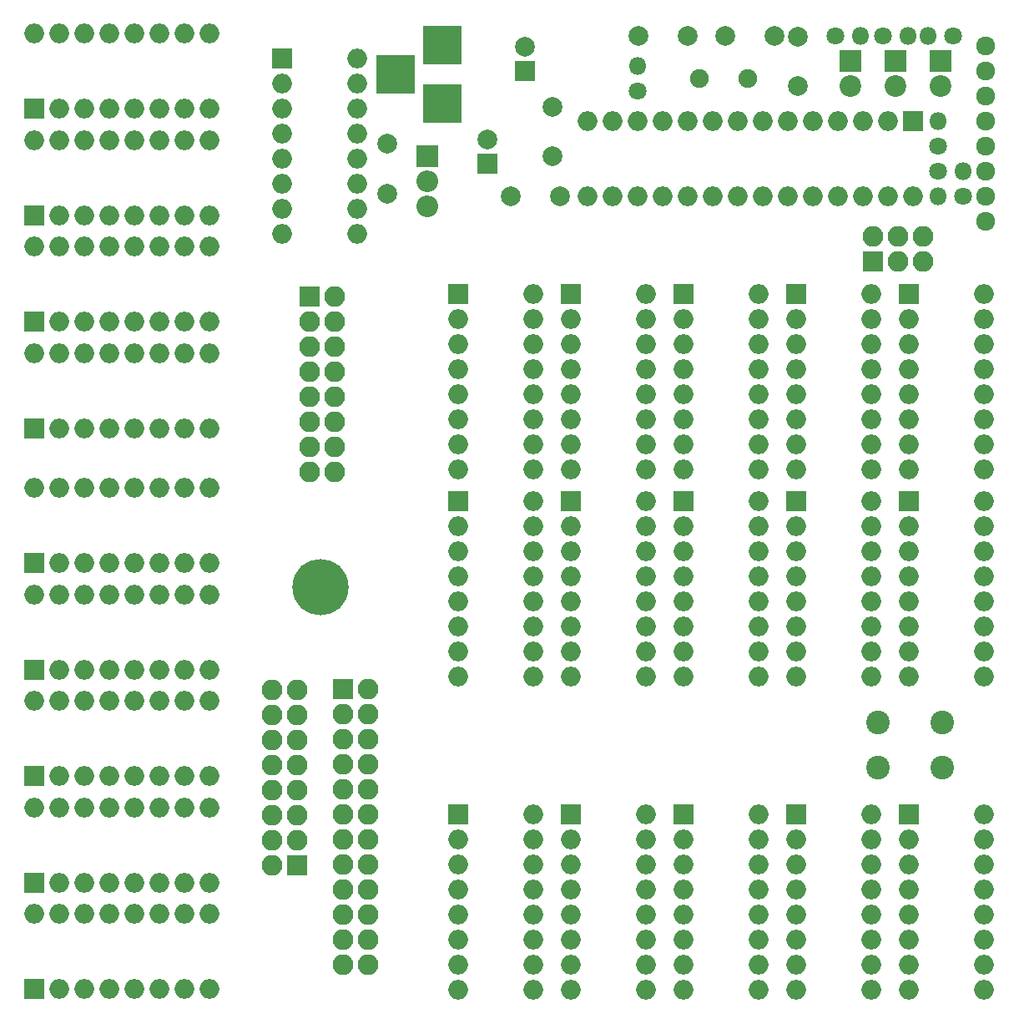
<source format=gbr>
G04 #@! TF.FileFunction,Soldermask,Bot*
%FSLAX46Y46*%
G04 Gerber Fmt 4.6, Leading zero omitted, Abs format (unit mm)*
G04 Created by KiCad (PCBNEW 4.0.7-e2-6376~58~ubuntu16.04.1) date Wed Apr 25 13:41:01 2018*
%MOMM*%
%LPD*%
G01*
G04 APERTURE LIST*
%ADD10C,0.100000*%
%ADD11C,2.400000*%
%ADD12R,2.100000X2.100000*%
%ADD13O,2.100000X2.100000*%
%ADD14C,1.900000*%
%ADD15C,2.000000*%
%ADD16R,2.000000X2.000000*%
%ADD17R,2.200000X2.200000*%
%ADD18C,2.200000*%
%ADD19R,3.900000X3.900000*%
%ADD20O,2.000000X2.000000*%
%ADD21O,2.200000X2.200000*%
%ADD22C,1.800000*%
%ADD23O,1.800000X1.800000*%
%ADD24C,5.700000*%
%ADD25C,1.924000*%
G04 APERTURE END LIST*
D10*
D11*
X112268000Y-101020000D03*
X112268000Y-96520000D03*
X118768000Y-101020000D03*
X118768000Y-96520000D03*
D12*
X53340000Y-110998000D03*
D13*
X50800000Y-110998000D03*
X53340000Y-108458000D03*
X50800000Y-108458000D03*
X53340000Y-105918000D03*
X50800000Y-105918000D03*
X53340000Y-103378000D03*
X50800000Y-103378000D03*
X53340000Y-100838000D03*
X50800000Y-100838000D03*
X53340000Y-98298000D03*
X50800000Y-98298000D03*
X53340000Y-95758000D03*
X50800000Y-95758000D03*
X53340000Y-93218000D03*
X50800000Y-93218000D03*
D14*
X99060000Y-31242000D03*
X94180000Y-31242000D03*
D15*
X79248000Y-39116000D03*
X79248000Y-34116000D03*
D12*
X111760000Y-49784000D03*
D13*
X111760000Y-47244000D03*
X114300000Y-49784000D03*
X114300000Y-47244000D03*
X116840000Y-49784000D03*
X116840000Y-47244000D03*
D15*
X92964000Y-26924000D03*
X87964000Y-26924000D03*
X96774000Y-26924000D03*
X101774000Y-26924000D03*
X80010000Y-43180000D03*
X75010000Y-43180000D03*
X104140000Y-32004000D03*
X104140000Y-27004000D03*
D16*
X76454000Y-30480000D03*
D15*
X76454000Y-27980000D03*
D17*
X114046000Y-29464000D03*
D18*
X114046000Y-32004000D03*
D17*
X109474000Y-29464000D03*
D18*
X109474000Y-32004000D03*
D17*
X118618000Y-29464000D03*
D18*
X118618000Y-32004000D03*
D12*
X54610000Y-53340000D03*
D13*
X57150000Y-53340000D03*
X54610000Y-55880000D03*
X57150000Y-55880000D03*
X54610000Y-58420000D03*
X57150000Y-58420000D03*
X54610000Y-60960000D03*
X57150000Y-60960000D03*
X54610000Y-63500000D03*
X57150000Y-63500000D03*
X54610000Y-66040000D03*
X57150000Y-66040000D03*
X54610000Y-68580000D03*
X57150000Y-68580000D03*
X54610000Y-71120000D03*
X57150000Y-71120000D03*
D19*
X68072000Y-33782000D03*
X68072000Y-27782000D03*
X63372000Y-30782000D03*
D16*
X72644000Y-39878000D03*
D15*
X72644000Y-37378000D03*
X62484000Y-37846000D03*
X62484000Y-42846000D03*
D16*
X115443000Y-53086000D03*
D20*
X123063000Y-70866000D03*
X115443000Y-55626000D03*
X123063000Y-68326000D03*
X115443000Y-58166000D03*
X123063000Y-65786000D03*
X115443000Y-60706000D03*
X123063000Y-63246000D03*
X115443000Y-63246000D03*
X123063000Y-60706000D03*
X115443000Y-65786000D03*
X123063000Y-58166000D03*
X115443000Y-68326000D03*
X123063000Y-55626000D03*
X115443000Y-70866000D03*
X123063000Y-53086000D03*
D16*
X51816000Y-29210000D03*
D20*
X59436000Y-46990000D03*
X51816000Y-31750000D03*
X59436000Y-44450000D03*
X51816000Y-34290000D03*
X59436000Y-41910000D03*
X51816000Y-36830000D03*
X59436000Y-39370000D03*
X51816000Y-39370000D03*
X59436000Y-36830000D03*
X51816000Y-41910000D03*
X59436000Y-34290000D03*
X51816000Y-44450000D03*
X59436000Y-31750000D03*
X51816000Y-46990000D03*
X59436000Y-29210000D03*
D16*
X104013000Y-53086000D03*
D20*
X111633000Y-70866000D03*
X104013000Y-55626000D03*
X111633000Y-68326000D03*
X104013000Y-58166000D03*
X111633000Y-65786000D03*
X104013000Y-60706000D03*
X111633000Y-63246000D03*
X104013000Y-63246000D03*
X111633000Y-60706000D03*
X104013000Y-65786000D03*
X111633000Y-58166000D03*
X104013000Y-68326000D03*
X111633000Y-55626000D03*
X104013000Y-70866000D03*
X111633000Y-53086000D03*
D16*
X92583000Y-74041000D03*
D20*
X100203000Y-91821000D03*
X92583000Y-76581000D03*
X100203000Y-89281000D03*
X92583000Y-79121000D03*
X100203000Y-86741000D03*
X92583000Y-81661000D03*
X100203000Y-84201000D03*
X92583000Y-84201000D03*
X100203000Y-81661000D03*
X92583000Y-86741000D03*
X100203000Y-79121000D03*
X92583000Y-89281000D03*
X100203000Y-76581000D03*
X92583000Y-91821000D03*
X100203000Y-74041000D03*
D16*
X26670000Y-34290000D03*
D20*
X44450000Y-26670000D03*
X29210000Y-34290000D03*
X41910000Y-26670000D03*
X31750000Y-34290000D03*
X39370000Y-26670000D03*
X34290000Y-34290000D03*
X36830000Y-26670000D03*
X36830000Y-34290000D03*
X34290000Y-26670000D03*
X39370000Y-34290000D03*
X31750000Y-26670000D03*
X41910000Y-34290000D03*
X29210000Y-26670000D03*
X44450000Y-34290000D03*
X26670000Y-26670000D03*
D16*
X26670000Y-123495758D03*
D20*
X44450000Y-115875758D03*
X29210000Y-123495758D03*
X41910000Y-115875758D03*
X31750000Y-123495758D03*
X39370000Y-115875758D03*
X34290000Y-123495758D03*
X36830000Y-115875758D03*
X36830000Y-123495758D03*
X34290000Y-115875758D03*
X39370000Y-123495758D03*
X31750000Y-115875758D03*
X41910000Y-123495758D03*
X29210000Y-115875758D03*
X44450000Y-123495758D03*
X26670000Y-115875758D03*
D16*
X115443000Y-74041000D03*
D20*
X123063000Y-91821000D03*
X115443000Y-76581000D03*
X123063000Y-89281000D03*
X115443000Y-79121000D03*
X123063000Y-86741000D03*
X115443000Y-81661000D03*
X123063000Y-84201000D03*
X115443000Y-84201000D03*
X123063000Y-81661000D03*
X115443000Y-86741000D03*
X123063000Y-79121000D03*
X115443000Y-89281000D03*
X123063000Y-76581000D03*
X115443000Y-91821000D03*
X123063000Y-74041000D03*
D16*
X26670000Y-80315758D03*
D20*
X44450000Y-72695758D03*
X29210000Y-80315758D03*
X41910000Y-72695758D03*
X31750000Y-80315758D03*
X39370000Y-72695758D03*
X34290000Y-80315758D03*
X36830000Y-72695758D03*
X36830000Y-80315758D03*
X34290000Y-72695758D03*
X39370000Y-80315758D03*
X31750000Y-72695758D03*
X41910000Y-80315758D03*
X29210000Y-72695758D03*
X44450000Y-80315758D03*
X26670000Y-72695758D03*
D16*
X92583000Y-53086000D03*
D20*
X100203000Y-70866000D03*
X92583000Y-55626000D03*
X100203000Y-68326000D03*
X92583000Y-58166000D03*
X100203000Y-65786000D03*
X92583000Y-60706000D03*
X100203000Y-63246000D03*
X92583000Y-63246000D03*
X100203000Y-60706000D03*
X92583000Y-65786000D03*
X100203000Y-58166000D03*
X92583000Y-68326000D03*
X100203000Y-55626000D03*
X92583000Y-70866000D03*
X100203000Y-53086000D03*
D16*
X104013000Y-74041000D03*
D20*
X111633000Y-91821000D03*
X104013000Y-76581000D03*
X111633000Y-89281000D03*
X104013000Y-79121000D03*
X111633000Y-86741000D03*
X104013000Y-81661000D03*
X111633000Y-84201000D03*
X104013000Y-84201000D03*
X111633000Y-81661000D03*
X104013000Y-86741000D03*
X111633000Y-79121000D03*
X104013000Y-89281000D03*
X111633000Y-76581000D03*
X104013000Y-91821000D03*
X111633000Y-74041000D03*
D16*
X26670000Y-45085000D03*
D20*
X44450000Y-37465000D03*
X29210000Y-45085000D03*
X41910000Y-37465000D03*
X31750000Y-45085000D03*
X39370000Y-37465000D03*
X34290000Y-45085000D03*
X36830000Y-37465000D03*
X36830000Y-45085000D03*
X34290000Y-37465000D03*
X39370000Y-45085000D03*
X31750000Y-37465000D03*
X41910000Y-45085000D03*
X29210000Y-37465000D03*
X44450000Y-45085000D03*
X26670000Y-37465000D03*
D16*
X26670000Y-112700758D03*
D20*
X44450000Y-105080758D03*
X29210000Y-112700758D03*
X41910000Y-105080758D03*
X31750000Y-112700758D03*
X39370000Y-105080758D03*
X34290000Y-112700758D03*
X36830000Y-105080758D03*
X36830000Y-112700758D03*
X34290000Y-105080758D03*
X39370000Y-112700758D03*
X31750000Y-105080758D03*
X41910000Y-112700758D03*
X29210000Y-105080758D03*
X44450000Y-112700758D03*
X26670000Y-105080758D03*
D16*
X115443000Y-105791000D03*
D20*
X123063000Y-123571000D03*
X115443000Y-108331000D03*
X123063000Y-121031000D03*
X115443000Y-110871000D03*
X123063000Y-118491000D03*
X115443000Y-113411000D03*
X123063000Y-115951000D03*
X115443000Y-115951000D03*
X123063000Y-113411000D03*
X115443000Y-118491000D03*
X123063000Y-110871000D03*
X115443000Y-121031000D03*
X123063000Y-108331000D03*
X115443000Y-123571000D03*
X123063000Y-105791000D03*
D16*
X81153000Y-53086000D03*
D20*
X88773000Y-70866000D03*
X81153000Y-55626000D03*
X88773000Y-68326000D03*
X81153000Y-58166000D03*
X88773000Y-65786000D03*
X81153000Y-60706000D03*
X88773000Y-63246000D03*
X81153000Y-63246000D03*
X88773000Y-60706000D03*
X81153000Y-65786000D03*
X88773000Y-58166000D03*
X81153000Y-68326000D03*
X88773000Y-55626000D03*
X81153000Y-70866000D03*
X88773000Y-53086000D03*
D16*
X104013000Y-105791000D03*
D20*
X111633000Y-123571000D03*
X104013000Y-108331000D03*
X111633000Y-121031000D03*
X104013000Y-110871000D03*
X111633000Y-118491000D03*
X104013000Y-113411000D03*
X111633000Y-115951000D03*
X104013000Y-115951000D03*
X111633000Y-113411000D03*
X104013000Y-118491000D03*
X111633000Y-110871000D03*
X104013000Y-121031000D03*
X111633000Y-108331000D03*
X104013000Y-123571000D03*
X111633000Y-105791000D03*
D16*
X26670000Y-55880000D03*
D20*
X44450000Y-48260000D03*
X29210000Y-55880000D03*
X41910000Y-48260000D03*
X31750000Y-55880000D03*
X39370000Y-48260000D03*
X34290000Y-55880000D03*
X36830000Y-48260000D03*
X36830000Y-55880000D03*
X34290000Y-48260000D03*
X39370000Y-55880000D03*
X31750000Y-48260000D03*
X41910000Y-55880000D03*
X29210000Y-48260000D03*
X44450000Y-55880000D03*
X26670000Y-48260000D03*
D16*
X26670000Y-101905758D03*
D20*
X44450000Y-94285758D03*
X29210000Y-101905758D03*
X41910000Y-94285758D03*
X31750000Y-101905758D03*
X39370000Y-94285758D03*
X34290000Y-101905758D03*
X36830000Y-94285758D03*
X36830000Y-101905758D03*
X34290000Y-94285758D03*
X39370000Y-101905758D03*
X31750000Y-94285758D03*
X41910000Y-101905758D03*
X29210000Y-94285758D03*
X44450000Y-101905758D03*
X26670000Y-94285758D03*
D16*
X69723000Y-53086000D03*
D20*
X77343000Y-70866000D03*
X69723000Y-55626000D03*
X77343000Y-68326000D03*
X69723000Y-58166000D03*
X77343000Y-65786000D03*
X69723000Y-60706000D03*
X77343000Y-63246000D03*
X69723000Y-63246000D03*
X77343000Y-60706000D03*
X69723000Y-65786000D03*
X77343000Y-58166000D03*
X69723000Y-68326000D03*
X77343000Y-55626000D03*
X69723000Y-70866000D03*
X77343000Y-53086000D03*
D16*
X92583000Y-105791000D03*
D20*
X100203000Y-123571000D03*
X92583000Y-108331000D03*
X100203000Y-121031000D03*
X92583000Y-110871000D03*
X100203000Y-118491000D03*
X92583000Y-113411000D03*
X100203000Y-115951000D03*
X92583000Y-115951000D03*
X100203000Y-113411000D03*
X92583000Y-118491000D03*
X100203000Y-110871000D03*
X92583000Y-121031000D03*
X100203000Y-108331000D03*
X92583000Y-123571000D03*
X100203000Y-105791000D03*
D16*
X26670000Y-66675000D03*
D20*
X44450000Y-59055000D03*
X29210000Y-66675000D03*
X41910000Y-59055000D03*
X31750000Y-66675000D03*
X39370000Y-59055000D03*
X34290000Y-66675000D03*
X36830000Y-59055000D03*
X36830000Y-66675000D03*
X34290000Y-59055000D03*
X39370000Y-66675000D03*
X31750000Y-59055000D03*
X41910000Y-66675000D03*
X29210000Y-59055000D03*
X44450000Y-66675000D03*
X26670000Y-59055000D03*
D16*
X26670000Y-91110758D03*
D20*
X44450000Y-83490758D03*
X29210000Y-91110758D03*
X41910000Y-83490758D03*
X31750000Y-91110758D03*
X39370000Y-83490758D03*
X34290000Y-91110758D03*
X36830000Y-83490758D03*
X36830000Y-91110758D03*
X34290000Y-83490758D03*
X39370000Y-91110758D03*
X31750000Y-83490758D03*
X41910000Y-91110758D03*
X29210000Y-83490758D03*
X44450000Y-91110758D03*
X26670000Y-83490758D03*
D16*
X69723000Y-74041000D03*
D20*
X77343000Y-91821000D03*
X69723000Y-76581000D03*
X77343000Y-89281000D03*
X69723000Y-79121000D03*
X77343000Y-86741000D03*
X69723000Y-81661000D03*
X77343000Y-84201000D03*
X69723000Y-84201000D03*
X77343000Y-81661000D03*
X69723000Y-86741000D03*
X77343000Y-79121000D03*
X69723000Y-89281000D03*
X77343000Y-76581000D03*
X69723000Y-91821000D03*
X77343000Y-74041000D03*
D16*
X81153000Y-105791000D03*
D20*
X88773000Y-123571000D03*
X81153000Y-108331000D03*
X88773000Y-121031000D03*
X81153000Y-110871000D03*
X88773000Y-118491000D03*
X81153000Y-113411000D03*
X88773000Y-115951000D03*
X81153000Y-115951000D03*
X88773000Y-113411000D03*
X81153000Y-118491000D03*
X88773000Y-110871000D03*
X81153000Y-121031000D03*
X88773000Y-108331000D03*
X81153000Y-123571000D03*
X88773000Y-105791000D03*
D16*
X81153000Y-74041000D03*
D20*
X88773000Y-91821000D03*
X81153000Y-76581000D03*
X88773000Y-89281000D03*
X81153000Y-79121000D03*
X88773000Y-86741000D03*
X81153000Y-81661000D03*
X88773000Y-84201000D03*
X81153000Y-84201000D03*
X88773000Y-81661000D03*
X81153000Y-86741000D03*
X88773000Y-79121000D03*
X81153000Y-89281000D03*
X88773000Y-76581000D03*
X81153000Y-91821000D03*
X88773000Y-74041000D03*
D16*
X69723000Y-105791000D03*
D20*
X77343000Y-123571000D03*
X69723000Y-108331000D03*
X77343000Y-121031000D03*
X69723000Y-110871000D03*
X77343000Y-118491000D03*
X69723000Y-113411000D03*
X77343000Y-115951000D03*
X69723000Y-115951000D03*
X77343000Y-113411000D03*
X69723000Y-118491000D03*
X77343000Y-110871000D03*
X69723000Y-121031000D03*
X77343000Y-108331000D03*
X69723000Y-123571000D03*
X77343000Y-105791000D03*
D16*
X115824000Y-35560000D03*
D20*
X82804000Y-43180000D03*
X113284000Y-35560000D03*
X85344000Y-43180000D03*
X110744000Y-35560000D03*
X87884000Y-43180000D03*
X108204000Y-35560000D03*
X90424000Y-43180000D03*
X105664000Y-35560000D03*
X92964000Y-43180000D03*
X103124000Y-35560000D03*
X95504000Y-43180000D03*
X100584000Y-35560000D03*
X98044000Y-43180000D03*
X98044000Y-35560000D03*
X100584000Y-43180000D03*
X95504000Y-35560000D03*
X103124000Y-43180000D03*
X92964000Y-35560000D03*
X105664000Y-43180000D03*
X90424000Y-35560000D03*
X108204000Y-43180000D03*
X87884000Y-35560000D03*
X110744000Y-43180000D03*
X85344000Y-35560000D03*
X113284000Y-43180000D03*
X82804000Y-35560000D03*
X115824000Y-43180000D03*
D17*
X66548000Y-39116000D03*
D21*
X66548000Y-41656000D03*
X66548000Y-44196000D03*
D22*
X120904000Y-43180000D03*
D23*
X120904000Y-40640000D03*
D22*
X118364000Y-40640000D03*
D23*
X118364000Y-43180000D03*
D22*
X119888000Y-26924000D03*
D23*
X117348000Y-26924000D03*
D22*
X112776000Y-26924000D03*
D23*
X115316000Y-26924000D03*
D22*
X107950000Y-26924000D03*
D23*
X110490000Y-26924000D03*
D22*
X118364000Y-38100000D03*
D23*
X118364000Y-35560000D03*
D22*
X87884000Y-32512000D03*
D23*
X87884000Y-29972000D03*
D24*
X55753000Y-82804000D03*
D25*
X123190000Y-27940000D03*
X123190000Y-30480000D03*
X123190000Y-33020000D03*
X123190000Y-35560000D03*
X123190000Y-38100000D03*
X123190000Y-40640000D03*
X123190000Y-43180000D03*
X123190000Y-45720000D03*
D12*
X58039000Y-93091000D03*
D13*
X60579000Y-93091000D03*
X58039000Y-95631000D03*
X60579000Y-95631000D03*
X58039000Y-98171000D03*
X60579000Y-98171000D03*
X58039000Y-100711000D03*
X60579000Y-100711000D03*
X58039000Y-103251000D03*
X60579000Y-103251000D03*
X58039000Y-105791000D03*
X60579000Y-105791000D03*
X58039000Y-108331000D03*
X60579000Y-108331000D03*
X58039000Y-110871000D03*
X60579000Y-110871000D03*
X58039000Y-113411000D03*
X60579000Y-113411000D03*
X58039000Y-115951000D03*
X60579000Y-115951000D03*
X58039000Y-118491000D03*
X60579000Y-118491000D03*
X58039000Y-121031000D03*
X60579000Y-121031000D03*
M02*

</source>
